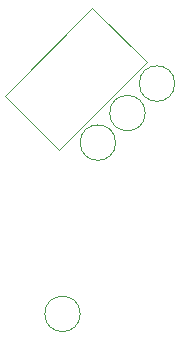
<source format=gbr>
%TF.GenerationSoftware,KiCad,Pcbnew,(6.0.5)*%
%TF.CreationDate,2023-11-22T15:14:02+07:00*%
%TF.ProjectId,view_base,76696577-5f62-4617-9365-2e6b69636164,rev?*%
%TF.SameCoordinates,Original*%
%TF.FileFunction,Other,User*%
%FSLAX46Y46*%
G04 Gerber Fmt 4.6, Leading zero omitted, Abs format (unit mm)*
G04 Created by KiCad (PCBNEW (6.0.5)) date 2023-11-22 15:14:02*
%MOMM*%
%LPD*%
G01*
G04 APERTURE LIST*
%ADD10C,0.050000*%
G04 APERTURE END LIST*
D10*
%TO.C,J1*%
X117523107Y-110098719D02*
X122119301Y-114694913D01*
X110098486Y-117523340D02*
X117523107Y-110098719D01*
X114694680Y-122119534D02*
X110098486Y-117523340D01*
X122119301Y-114694913D02*
X114694680Y-122119534D01*
%TO.C,TP1*%
X116500000Y-136000000D02*
G75*
G03*
X116500000Y-136000000I-1500000J0D01*
G01*
%TO.C,TP6*%
X124500000Y-116500000D02*
G75*
G03*
X124500000Y-116500000I-1500000J0D01*
G01*
%TO.C,TP7*%
X122000000Y-119000000D02*
G75*
G03*
X122000000Y-119000000I-1500000J0D01*
G01*
%TO.C,TP8*%
X119500000Y-121500000D02*
G75*
G03*
X119500000Y-121500000I-1500000J0D01*
G01*
%TD*%
M02*

</source>
